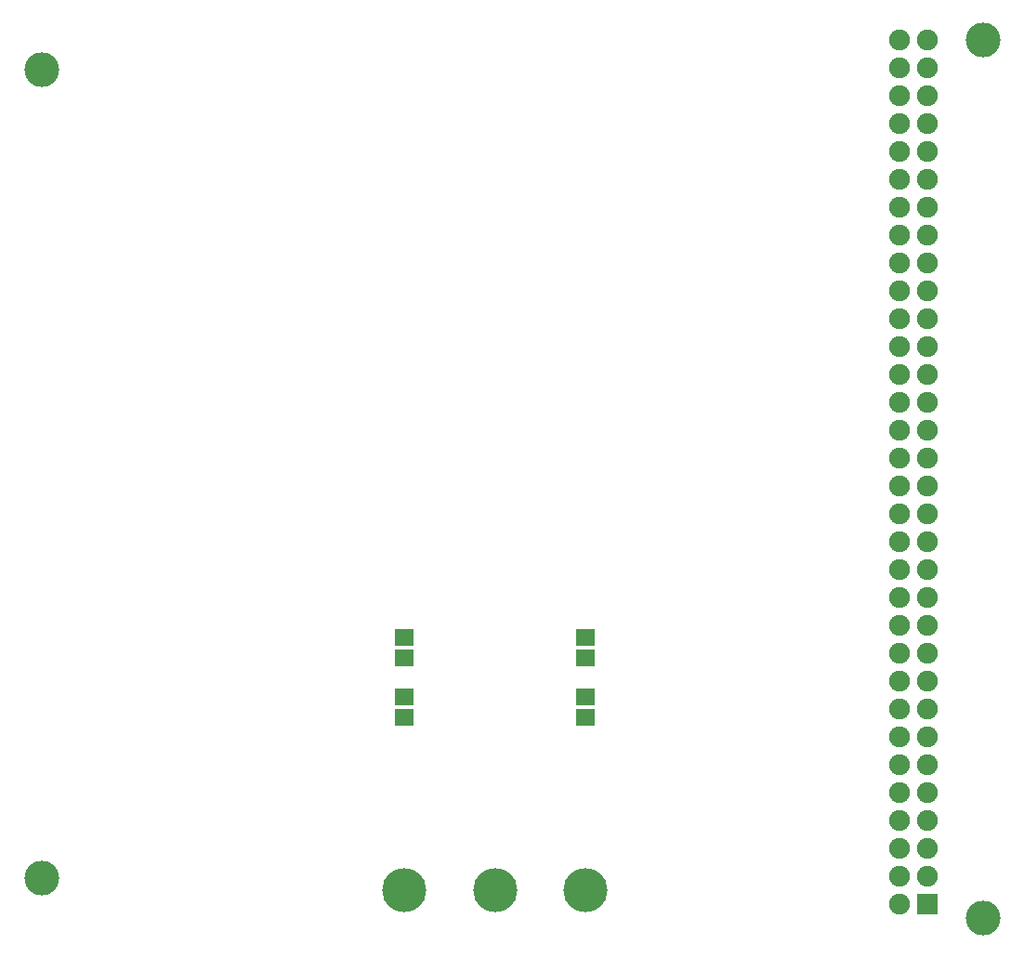
<source format=gbr>
G04 DipTrace 3.3.1.3*
G04 TopMask.gbr*
%MOIN*%
G04 #@! TF.FileFunction,Soldermask,Top*
G04 #@! TF.Part,Single*
%ADD21C,0.125*%
%ADD27C,0.074809*%
%ADD29R,0.074809X0.074809*%
%ADD31C,0.15788*%
%ADD33R,0.066935X0.059061*%
%FSLAX26Y26*%
G04*
G70*
G90*
G75*
G01*
G04 TopMask*
%LPD*%
D33*
X2545213Y1526258D3*
Y1601062D3*
X1895213Y1601258D3*
Y1526455D3*
D21*
X595213Y3638758D3*
Y738759D3*
X3970213Y595008D3*
Y3745008D3*
D31*
X2220213Y695008D3*
X2545213D3*
X1895213D3*
D29*
X3770213Y645008D3*
D27*
X3670213D3*
X3770213Y745008D3*
X3670213D3*
X3770213Y845008D3*
X3670213D3*
X3770213Y945008D3*
X3670213D3*
X3770213Y1045008D3*
X3670213D3*
X3770213Y1145008D3*
X3670213D3*
X3770213Y1245008D3*
X3670213D3*
X3770213Y1345008D3*
X3670213D3*
X3770213Y1445008D3*
X3670213D3*
X3770213Y1545008D3*
X3670213D3*
X3770213Y1645008D3*
X3670213D3*
X3770213Y1745008D3*
X3670213D3*
X3770213Y1845008D3*
X3670213D3*
X3770213Y1945008D3*
X3670213D3*
X3770213Y2045008D3*
X3670213D3*
X3770213Y2145008D3*
X3670213D3*
X3770213Y2245008D3*
X3670213D3*
X3770213Y2345008D3*
X3670213D3*
X3770213Y2445008D3*
X3670213D3*
X3770213Y2545008D3*
X3670213D3*
X3770213Y2645008D3*
X3670213D3*
X3770213Y2745008D3*
X3670213D3*
X3770213Y2845008D3*
X3670213D3*
X3770213Y2945008D3*
X3670213D3*
X3770213Y3045008D3*
X3670213D3*
X3770213Y3145008D3*
X3670213D3*
X3770213Y3245008D3*
X3670213D3*
X3770213Y3345008D3*
X3670213D3*
X3770213Y3445008D3*
X3670213D3*
X3770213Y3545008D3*
X3670213D3*
X3770213Y3645008D3*
X3670213D3*
X3770213Y3745008D3*
X3670213D3*
D33*
X2545213Y1388758D3*
Y1313955D3*
X1895213Y1388758D3*
Y1313955D3*
M02*

</source>
